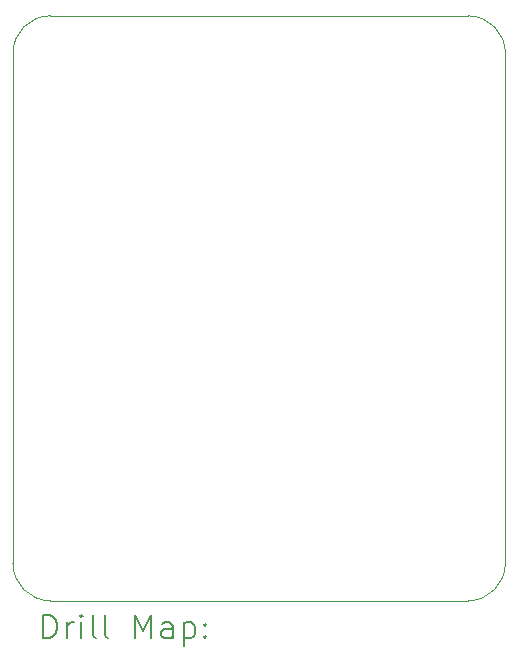
<source format=gbr>
%TF.GenerationSoftware,KiCad,Pcbnew,8.0.9-8.0.9-0~ubuntu24.04.1*%
%TF.CreationDate,2025-06-07T19:07:08-04:00*%
%TF.ProjectId,Sensor Board,53656e73-6f72-4204-926f-6172642e6b69,rev?*%
%TF.SameCoordinates,Original*%
%TF.FileFunction,Drillmap*%
%TF.FilePolarity,Positive*%
%FSLAX45Y45*%
G04 Gerber Fmt 4.5, Leading zero omitted, Abs format (unit mm)*
G04 Created by KiCad (PCBNEW 8.0.9-8.0.9-0~ubuntu24.04.1) date 2025-06-07 19:07:08*
%MOMM*%
%LPD*%
G01*
G04 APERTURE LIST*
%ADD10C,0.100000*%
%ADD11C,0.200000*%
G04 APERTURE END LIST*
D10*
X22025894Y-10414000D02*
X18491200Y-10414000D01*
X22025894Y-5461000D02*
G75*
G02*
X22343390Y-5778500I-4J-317500D01*
G01*
X18491200Y-10414000D02*
G75*
G02*
X18173700Y-10096500I0J317500D01*
G01*
X18173700Y-5778500D02*
G75*
G02*
X18491200Y-5461000I317500J0D01*
G01*
X18491200Y-5461000D02*
X22025894Y-5461000D01*
X18173700Y-10096500D02*
X18173700Y-5778500D01*
X22343394Y-5778500D02*
X22343394Y-10096500D01*
X22343394Y-10096500D02*
G75*
G02*
X22025894Y-10414004I-317504J0D01*
G01*
D11*
X18429477Y-10730484D02*
X18429477Y-10530484D01*
X18429477Y-10530484D02*
X18477096Y-10530484D01*
X18477096Y-10530484D02*
X18505667Y-10540008D01*
X18505667Y-10540008D02*
X18524715Y-10559055D01*
X18524715Y-10559055D02*
X18534239Y-10578103D01*
X18534239Y-10578103D02*
X18543763Y-10616198D01*
X18543763Y-10616198D02*
X18543763Y-10644770D01*
X18543763Y-10644770D02*
X18534239Y-10682865D01*
X18534239Y-10682865D02*
X18524715Y-10701912D01*
X18524715Y-10701912D02*
X18505667Y-10720960D01*
X18505667Y-10720960D02*
X18477096Y-10730484D01*
X18477096Y-10730484D02*
X18429477Y-10730484D01*
X18629477Y-10730484D02*
X18629477Y-10597150D01*
X18629477Y-10635246D02*
X18639001Y-10616198D01*
X18639001Y-10616198D02*
X18648524Y-10606674D01*
X18648524Y-10606674D02*
X18667572Y-10597150D01*
X18667572Y-10597150D02*
X18686620Y-10597150D01*
X18753286Y-10730484D02*
X18753286Y-10597150D01*
X18753286Y-10530484D02*
X18743763Y-10540008D01*
X18743763Y-10540008D02*
X18753286Y-10549531D01*
X18753286Y-10549531D02*
X18762810Y-10540008D01*
X18762810Y-10540008D02*
X18753286Y-10530484D01*
X18753286Y-10530484D02*
X18753286Y-10549531D01*
X18877096Y-10730484D02*
X18858048Y-10720960D01*
X18858048Y-10720960D02*
X18848524Y-10701912D01*
X18848524Y-10701912D02*
X18848524Y-10530484D01*
X18981858Y-10730484D02*
X18962810Y-10720960D01*
X18962810Y-10720960D02*
X18953286Y-10701912D01*
X18953286Y-10701912D02*
X18953286Y-10530484D01*
X19210429Y-10730484D02*
X19210429Y-10530484D01*
X19210429Y-10530484D02*
X19277096Y-10673341D01*
X19277096Y-10673341D02*
X19343763Y-10530484D01*
X19343763Y-10530484D02*
X19343763Y-10730484D01*
X19524715Y-10730484D02*
X19524715Y-10625722D01*
X19524715Y-10625722D02*
X19515191Y-10606674D01*
X19515191Y-10606674D02*
X19496144Y-10597150D01*
X19496144Y-10597150D02*
X19458048Y-10597150D01*
X19458048Y-10597150D02*
X19439001Y-10606674D01*
X19524715Y-10720960D02*
X19505667Y-10730484D01*
X19505667Y-10730484D02*
X19458048Y-10730484D01*
X19458048Y-10730484D02*
X19439001Y-10720960D01*
X19439001Y-10720960D02*
X19429477Y-10701912D01*
X19429477Y-10701912D02*
X19429477Y-10682865D01*
X19429477Y-10682865D02*
X19439001Y-10663817D01*
X19439001Y-10663817D02*
X19458048Y-10654293D01*
X19458048Y-10654293D02*
X19505667Y-10654293D01*
X19505667Y-10654293D02*
X19524715Y-10644770D01*
X19619953Y-10597150D02*
X19619953Y-10797150D01*
X19619953Y-10606674D02*
X19639001Y-10597150D01*
X19639001Y-10597150D02*
X19677096Y-10597150D01*
X19677096Y-10597150D02*
X19696144Y-10606674D01*
X19696144Y-10606674D02*
X19705667Y-10616198D01*
X19705667Y-10616198D02*
X19715191Y-10635246D01*
X19715191Y-10635246D02*
X19715191Y-10692389D01*
X19715191Y-10692389D02*
X19705667Y-10711436D01*
X19705667Y-10711436D02*
X19696144Y-10720960D01*
X19696144Y-10720960D02*
X19677096Y-10730484D01*
X19677096Y-10730484D02*
X19639001Y-10730484D01*
X19639001Y-10730484D02*
X19619953Y-10720960D01*
X19800905Y-10711436D02*
X19810429Y-10720960D01*
X19810429Y-10720960D02*
X19800905Y-10730484D01*
X19800905Y-10730484D02*
X19791382Y-10720960D01*
X19791382Y-10720960D02*
X19800905Y-10711436D01*
X19800905Y-10711436D02*
X19800905Y-10730484D01*
X19800905Y-10606674D02*
X19810429Y-10616198D01*
X19810429Y-10616198D02*
X19800905Y-10625722D01*
X19800905Y-10625722D02*
X19791382Y-10616198D01*
X19791382Y-10616198D02*
X19800905Y-10606674D01*
X19800905Y-10606674D02*
X19800905Y-10625722D01*
M02*

</source>
